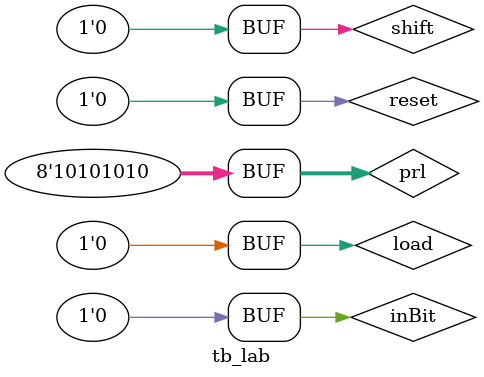
<source format=sv>
`timescale 1ns / 1ps


module tb_lab();
    logic shift, reset, load, inBit;
    logic [7:0] outBit;
    logic [7:0] prl;
    
    shift_register dut (shift, reset, load, prl, inBit, outBit);
    
        initial begin
            prl = 8'b01100110; shift = 0; inBit = 0; reset = 0; #10; load = 1; #10;
            load = 0; shift = 1; #10; shift = 0; #10;
            shift = 1; #10; shift = 0; #10;
            shift = 1; #10; shift = 0; #10;
            shift = 1; #10; shift = 0; #10;
            shift = 1; #10; shift = 0; #10;
            shift = 1; #10; shift = 0; #10;
            shift = 1; #10; shift = 0; #10;
            shift = 1; #10; shift = 0; #10;
            prl = 8'b10101010; load = 1; #10; 
            load = 0; shift = 1; #10; shift = 0; #10;
            shift = 1; #10; shift = 0; #10;
            reset = 1; #10; reset= 0; shift = 1; #10; shift = 0; #10;
            shift = 1; #10; shift = 0; #10;
            shift = 1; #10; shift = 0; #10;
            shift = 1; #10; shift = 0; #10;
            shift = 1; #10; shift = 0; #10;
            shift = 1; #10; shift = 0; #10;
            shift = 1; #10; shift = 0; #10;
            shift = 1; #10; shift = 0; #10;
            shift = 1; #10; shift = 0; #10;
            shift = 1; #10; shift = 0; #10;
            /*
            shift = 1; #10; shift = 0; #10;
            shift = 1; #10; shift = 0; #10;
            shift = 1; #10; shift = 0; #10;
            shift = 1; #10; shift = 0; #10;
            shift = 1; #10; shift = 0; #10;
            shift = 1; #10; shift = 0; #10;
            shift = 1; #10; shift = 0; #10;
            inBit = 0; shift = 1; #10; shift = 0; #10;
            inBit = 1; shift = 1; #10; shift = 0; #10;
            inBit = 0; shift = 1; #10; shift = 0; #10;
            inBit = 1; shift = 1; #10; shift = 0; #10
            inBit = 0; shift = 1; #10; shift = 0; #10;
            inBit = 1; shift = 1; #10; shift = 0; #10;
            inBit = 0; shift = 1; #10; shift = 0; #10;
            inBit = 1; shift = 1; #10; shift = 0; #10;
            shift = 1; #10; shift = 0; #10;
            shift = 1; #10; shift = 0; #10;
            shift = 1; #10; shift = 0; #10;
            shift = 1; #10; shift = 0; #10;
            shift = 1; #10; shift = 0; #10;
            shift = 1; #10; shift = 0; #10;
            shift = 1; #10; shift = 0; #10;
            shift = 1; #10; shift = 0; #10;
            reset = 1; shift = 1; #10; shift = 0; #10; 
            reset = 0; shift = 1; #10; shift = 0; #10; 
            shift = 1; #10; shift = 0; #10;
            shift = 1; #10; shift = 0; #10;
            load = 1; #10; load = 0; #10;
            shift = 1; #10; shift = 0; #10;
            shift = 1; #10; shift = 0; #10;
            shift = 1; #10; shift = 0; #10;
            shift = 1; #10; shift = 0; #10;
            shift = 1; #10; shift = 0; #10;
            shift = 1; #10; shift = 0; #10;
            shift = 1; #10; shift = 0; #10;
            shift = 1; #10; shift = 0; #10;
            shift = 1; #10; shift = 0; #10;
            shift = 1; #10; shift = 0; #10;
            shift = 1; #10; shift = 0; #10;
            shift = 1; #10; shift = 0; #10;
            shift = 1; #10; shift = 0; #10;
            shift = 1; #10; shift = 0; #10;
            shift = 1; #10; shift = 0; #10;
            shift = 1; #10; shift = 0; #10;
            */
        end
endmodule

</source>
